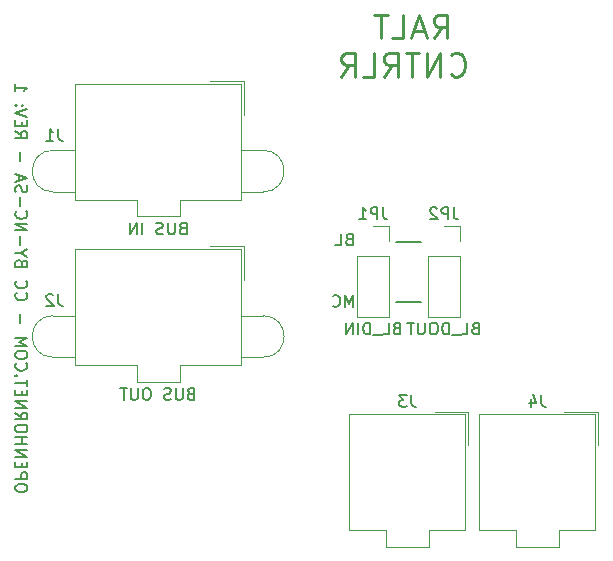
<source format=gbr>
G04 #@! TF.GenerationSoftware,KiCad,Pcbnew,(5.1.9)-1*
G04 #@! TF.CreationDate,2021-10-30T20:33:53-06:00*
G04 #@! TF.ProjectId,ralt_controller,72616c74-5f63-46f6-9e74-726f6c6c6572,1*
G04 #@! TF.SameCoordinates,Original*
G04 #@! TF.FileFunction,Legend,Bot*
G04 #@! TF.FilePolarity,Positive*
%FSLAX46Y46*%
G04 Gerber Fmt 4.6, Leading zero omitted, Abs format (unit mm)*
G04 Created by KiCad (PCBNEW (5.1.9)-1) date 2021-10-30 20:33:53*
%MOMM*%
%LPD*%
G01*
G04 APERTURE LIST*
%ADD10C,0.150000*%
%ADD11C,0.250000*%
%ADD12C,0.120000*%
G04 APERTURE END LIST*
D10*
X58734000Y-73903000D02*
X60893000Y-73903000D01*
X58734000Y-68823000D02*
X60893000Y-68823000D01*
X55122333Y-74355380D02*
X55122333Y-73355380D01*
X54789000Y-74069666D01*
X54455666Y-73355380D01*
X54455666Y-74355380D01*
X53408047Y-74260142D02*
X53455666Y-74307761D01*
X53598523Y-74355380D01*
X53693761Y-74355380D01*
X53836619Y-74307761D01*
X53931857Y-74212523D01*
X53979476Y-74117285D01*
X54027095Y-73926809D01*
X54027095Y-73783952D01*
X53979476Y-73593476D01*
X53931857Y-73498238D01*
X53836619Y-73403000D01*
X53693761Y-73355380D01*
X53598523Y-73355380D01*
X53455666Y-73403000D01*
X53408047Y-73450619D01*
X54749333Y-68624571D02*
X54606476Y-68672190D01*
X54558857Y-68719809D01*
X54511238Y-68815047D01*
X54511238Y-68957904D01*
X54558857Y-69053142D01*
X54606476Y-69100761D01*
X54701714Y-69148380D01*
X55082666Y-69148380D01*
X55082666Y-68148380D01*
X54749333Y-68148380D01*
X54654095Y-68196000D01*
X54606476Y-68243619D01*
X54558857Y-68338857D01*
X54558857Y-68434095D01*
X54606476Y-68529333D01*
X54654095Y-68576952D01*
X54749333Y-68624571D01*
X55082666Y-68624571D01*
X53606476Y-69148380D02*
X54082666Y-69148380D01*
X54082666Y-68148380D01*
D11*
X61940428Y-51592761D02*
X62607095Y-50640380D01*
X63083285Y-51592761D02*
X63083285Y-49592761D01*
X62321380Y-49592761D01*
X62130904Y-49688000D01*
X62035666Y-49783238D01*
X61940428Y-49973714D01*
X61940428Y-50259428D01*
X62035666Y-50449904D01*
X62130904Y-50545142D01*
X62321380Y-50640380D01*
X63083285Y-50640380D01*
X61178523Y-51021333D02*
X60226142Y-51021333D01*
X61369000Y-51592761D02*
X60702333Y-49592761D01*
X60035666Y-51592761D01*
X58416619Y-51592761D02*
X59368999Y-51592761D01*
X59368999Y-49592761D01*
X58035666Y-49592761D02*
X56892809Y-49592761D01*
X57464238Y-51592761D02*
X57464238Y-49592761D01*
X63369000Y-54652285D02*
X63464238Y-54747523D01*
X63749952Y-54842761D01*
X63940428Y-54842761D01*
X64226142Y-54747523D01*
X64416619Y-54557047D01*
X64511857Y-54366571D01*
X64607095Y-53985619D01*
X64607095Y-53699904D01*
X64511857Y-53318952D01*
X64416619Y-53128476D01*
X64226142Y-52938000D01*
X63940428Y-52842761D01*
X63749952Y-52842761D01*
X63464238Y-52938000D01*
X63369000Y-53033238D01*
X62511857Y-54842761D02*
X62511857Y-52842761D01*
X61369000Y-54842761D01*
X61369000Y-52842761D01*
X60702333Y-52842761D02*
X59559476Y-52842761D01*
X60130904Y-54842761D02*
X60130904Y-52842761D01*
X57749952Y-54842761D02*
X58416619Y-53890380D01*
X58892809Y-54842761D02*
X58892809Y-52842761D01*
X58130904Y-52842761D01*
X57940428Y-52938000D01*
X57845190Y-53033238D01*
X57749952Y-53223714D01*
X57749952Y-53509428D01*
X57845190Y-53699904D01*
X57940428Y-53795142D01*
X58130904Y-53890380D01*
X58892809Y-53890380D01*
X55940428Y-54842761D02*
X56892809Y-54842761D01*
X56892809Y-52842761D01*
X54130904Y-54842761D02*
X54797571Y-53890380D01*
X55273761Y-54842761D02*
X55273761Y-52842761D01*
X54511857Y-52842761D01*
X54321380Y-52938000D01*
X54226142Y-53033238D01*
X54130904Y-53223714D01*
X54130904Y-53509428D01*
X54226142Y-53699904D01*
X54321380Y-53795142D01*
X54511857Y-53890380D01*
X55273761Y-53890380D01*
D10*
X27531619Y-89783809D02*
X27531619Y-89593333D01*
X27483999Y-89498095D01*
X27388761Y-89402857D01*
X27198285Y-89355238D01*
X26864952Y-89355238D01*
X26674476Y-89402857D01*
X26579238Y-89498095D01*
X26531619Y-89593333D01*
X26531619Y-89783809D01*
X26579238Y-89879047D01*
X26674476Y-89974285D01*
X26864952Y-90021904D01*
X27198285Y-90021904D01*
X27388761Y-89974285D01*
X27483999Y-89879047D01*
X27531619Y-89783809D01*
X26531619Y-88926666D02*
X27531619Y-88926666D01*
X27531619Y-88545714D01*
X27483999Y-88450476D01*
X27436380Y-88402857D01*
X27341142Y-88355238D01*
X27198285Y-88355238D01*
X27103047Y-88402857D01*
X27055428Y-88450476D01*
X27007809Y-88545714D01*
X27007809Y-88926666D01*
X27055428Y-87926666D02*
X27055428Y-87593333D01*
X26531619Y-87450476D02*
X26531619Y-87926666D01*
X27531619Y-87926666D01*
X27531619Y-87450476D01*
X26531619Y-87021904D02*
X27531619Y-87021904D01*
X26531619Y-86450476D01*
X27531619Y-86450476D01*
X26531619Y-85974285D02*
X27531619Y-85974285D01*
X27055428Y-85974285D02*
X27055428Y-85402857D01*
X26531619Y-85402857D02*
X27531619Y-85402857D01*
X27531619Y-84736190D02*
X27531619Y-84545714D01*
X27483999Y-84450476D01*
X27388761Y-84355238D01*
X27198285Y-84307619D01*
X26864952Y-84307619D01*
X26674476Y-84355238D01*
X26579238Y-84450476D01*
X26531619Y-84545714D01*
X26531619Y-84736190D01*
X26579238Y-84831428D01*
X26674476Y-84926666D01*
X26864952Y-84974285D01*
X27198285Y-84974285D01*
X27388761Y-84926666D01*
X27483999Y-84831428D01*
X27531619Y-84736190D01*
X26531619Y-83307619D02*
X27007809Y-83640952D01*
X26531619Y-83879047D02*
X27531619Y-83879047D01*
X27531619Y-83498095D01*
X27483999Y-83402857D01*
X27436380Y-83355238D01*
X27341142Y-83307619D01*
X27198285Y-83307619D01*
X27103047Y-83355238D01*
X27055428Y-83402857D01*
X27007809Y-83498095D01*
X27007809Y-83879047D01*
X26531619Y-82879047D02*
X27531619Y-82879047D01*
X26531619Y-82307619D01*
X27531619Y-82307619D01*
X27055428Y-81831428D02*
X27055428Y-81498095D01*
X26531619Y-81355238D02*
X26531619Y-81831428D01*
X27531619Y-81831428D01*
X27531619Y-81355238D01*
X27531619Y-81069523D02*
X27531619Y-80498095D01*
X26531619Y-80783809D02*
X27531619Y-80783809D01*
X26626857Y-80164761D02*
X26579238Y-80117142D01*
X26531619Y-80164761D01*
X26579238Y-80212380D01*
X26626857Y-80164761D01*
X26531619Y-80164761D01*
X26626857Y-79117142D02*
X26579238Y-79164761D01*
X26531619Y-79307619D01*
X26531619Y-79402857D01*
X26579238Y-79545714D01*
X26674476Y-79640952D01*
X26769714Y-79688571D01*
X26960190Y-79736190D01*
X27103047Y-79736190D01*
X27293523Y-79688571D01*
X27388761Y-79640952D01*
X27484000Y-79545714D01*
X27531619Y-79402857D01*
X27531619Y-79307619D01*
X27484000Y-79164761D01*
X27436380Y-79117142D01*
X27531619Y-78498095D02*
X27531619Y-78307619D01*
X27484000Y-78212380D01*
X27388761Y-78117142D01*
X27198285Y-78069523D01*
X26864952Y-78069523D01*
X26674476Y-78117142D01*
X26579238Y-78212380D01*
X26531619Y-78307619D01*
X26531619Y-78498095D01*
X26579238Y-78593333D01*
X26674476Y-78688571D01*
X26864952Y-78736190D01*
X27198285Y-78736190D01*
X27388761Y-78688571D01*
X27484000Y-78593333D01*
X27531619Y-78498095D01*
X26531619Y-77640952D02*
X27531619Y-77640952D01*
X26817333Y-77307619D01*
X27531619Y-76974285D01*
X26531619Y-76974285D01*
X26912571Y-75736190D02*
X26912571Y-74974285D01*
X26626857Y-73164761D02*
X26579238Y-73212380D01*
X26531619Y-73355238D01*
X26531619Y-73450476D01*
X26579238Y-73593333D01*
X26674476Y-73688571D01*
X26769714Y-73736190D01*
X26960190Y-73783809D01*
X27103047Y-73783809D01*
X27293523Y-73736190D01*
X27388761Y-73688571D01*
X27484000Y-73593333D01*
X27531619Y-73450476D01*
X27531619Y-73355238D01*
X27484000Y-73212380D01*
X27436380Y-73164761D01*
X26626857Y-72164761D02*
X26579238Y-72212380D01*
X26531619Y-72355238D01*
X26531619Y-72450476D01*
X26579238Y-72593333D01*
X26674476Y-72688571D01*
X26769714Y-72736190D01*
X26960190Y-72783809D01*
X27103047Y-72783809D01*
X27293523Y-72736190D01*
X27388761Y-72688571D01*
X27484000Y-72593333D01*
X27531619Y-72450476D01*
X27531619Y-72355238D01*
X27484000Y-72212380D01*
X27436380Y-72164761D01*
X27055428Y-70640952D02*
X27007809Y-70498095D01*
X26960190Y-70450476D01*
X26864952Y-70402857D01*
X26722095Y-70402857D01*
X26626857Y-70450476D01*
X26579238Y-70498095D01*
X26531619Y-70593333D01*
X26531619Y-70974285D01*
X27531619Y-70974285D01*
X27531619Y-70640952D01*
X27484000Y-70545714D01*
X27436380Y-70498095D01*
X27341142Y-70450476D01*
X27245904Y-70450476D01*
X27150666Y-70498095D01*
X27103047Y-70545714D01*
X27055428Y-70640952D01*
X27055428Y-70974285D01*
X27007809Y-69783809D02*
X26531619Y-69783809D01*
X27531619Y-70117142D02*
X27007809Y-69783809D01*
X27531619Y-69450476D01*
X26912571Y-69117142D02*
X26912571Y-68355238D01*
X26531619Y-67879047D02*
X27531619Y-67879047D01*
X26531619Y-67307619D01*
X27531619Y-67307619D01*
X26626857Y-66260000D02*
X26579238Y-66307619D01*
X26531619Y-66450476D01*
X26531619Y-66545714D01*
X26579238Y-66688571D01*
X26674476Y-66783809D01*
X26769714Y-66831428D01*
X26960190Y-66879047D01*
X27103047Y-66879047D01*
X27293523Y-66831428D01*
X27388761Y-66783809D01*
X27484000Y-66688571D01*
X27531619Y-66545714D01*
X27531619Y-66450476D01*
X27484000Y-66307619D01*
X27436380Y-66260000D01*
X26912571Y-65831428D02*
X26912571Y-65069523D01*
X26579238Y-64640952D02*
X26531619Y-64498095D01*
X26531619Y-64260000D01*
X26579238Y-64164761D01*
X26626857Y-64117142D01*
X26722095Y-64069523D01*
X26817333Y-64069523D01*
X26912571Y-64117142D01*
X26960190Y-64164761D01*
X27007809Y-64260000D01*
X27055428Y-64450476D01*
X27103047Y-64545714D01*
X27150666Y-64593333D01*
X27245904Y-64640952D01*
X27341142Y-64640952D01*
X27436380Y-64593333D01*
X27484000Y-64545714D01*
X27531619Y-64450476D01*
X27531619Y-64212380D01*
X27484000Y-64069523D01*
X26817333Y-63688571D02*
X26817333Y-63212380D01*
X26531619Y-63783809D02*
X27531619Y-63450476D01*
X26531619Y-63117142D01*
X26912571Y-62021904D02*
X26912571Y-61260000D01*
X26531619Y-59450476D02*
X27007809Y-59783809D01*
X26531619Y-60021904D02*
X27531619Y-60021904D01*
X27531619Y-59640952D01*
X27484000Y-59545714D01*
X27436380Y-59498095D01*
X27341142Y-59450476D01*
X27198285Y-59450476D01*
X27103047Y-59498095D01*
X27055428Y-59545714D01*
X27007809Y-59640952D01*
X27007809Y-60021904D01*
X27055428Y-59021904D02*
X27055428Y-58688571D01*
X26531619Y-58545714D02*
X26531619Y-59021904D01*
X27531619Y-59021904D01*
X27531619Y-58545714D01*
X27531619Y-58260000D02*
X26531619Y-57926666D01*
X27531619Y-57593333D01*
X26626857Y-57260000D02*
X26579238Y-57212380D01*
X26531619Y-57260000D01*
X26579238Y-57307619D01*
X26626857Y-57260000D01*
X26531619Y-57260000D01*
X27150666Y-57260000D02*
X27103047Y-57212380D01*
X27055428Y-57260000D01*
X27103047Y-57307619D01*
X27150666Y-57260000D01*
X27055428Y-57260000D01*
X26531619Y-55498095D02*
X26531619Y-56069523D01*
X26531619Y-55783809D02*
X27531619Y-55783809D01*
X27388761Y-55879047D01*
X27293523Y-55974285D01*
X27245904Y-56069523D01*
D12*
X29710000Y-78610000D02*
G75*
G02*
X29710000Y-75090000I0J1760000D01*
G01*
X47510000Y-75090000D02*
G75*
G02*
X47510000Y-78610000I0J-1760000D01*
G01*
X47510000Y-75090000D02*
X45620000Y-75090000D01*
X47510000Y-78610000D02*
X45620000Y-78610000D01*
X29710000Y-75090000D02*
X31600000Y-75090000D01*
X29710000Y-78610000D02*
X31600000Y-78610000D01*
X38610000Y-69450000D02*
X45620000Y-69450000D01*
X45620000Y-69450000D02*
X45620000Y-79270000D01*
X45620000Y-79270000D02*
X40420000Y-79270000D01*
X40420000Y-79270000D02*
X40420000Y-80670000D01*
X40420000Y-80670000D02*
X38610000Y-80670000D01*
X38610000Y-69450000D02*
X31600000Y-69450000D01*
X31600000Y-69450000D02*
X31600000Y-79270000D01*
X31600000Y-79270000D02*
X36800000Y-79270000D01*
X36800000Y-79270000D02*
X36800000Y-80670000D01*
X36800000Y-80670000D02*
X38610000Y-80670000D01*
X43010000Y-69210000D02*
X45860000Y-69210000D01*
X45860000Y-69210000D02*
X45860000Y-72060000D01*
X29710000Y-64610000D02*
G75*
G02*
X29710000Y-61090000I0J1760000D01*
G01*
X47510000Y-61090000D02*
G75*
G02*
X47510000Y-64610000I0J-1760000D01*
G01*
X47510000Y-61090000D02*
X45620000Y-61090000D01*
X47510000Y-64610000D02*
X45620000Y-64610000D01*
X29710000Y-61090000D02*
X31600000Y-61090000D01*
X29710000Y-64610000D02*
X31600000Y-64610000D01*
X38610000Y-55450000D02*
X45620000Y-55450000D01*
X45620000Y-55450000D02*
X45620000Y-65270000D01*
X45620000Y-65270000D02*
X40420000Y-65270000D01*
X40420000Y-65270000D02*
X40420000Y-66670000D01*
X40420000Y-66670000D02*
X38610000Y-66670000D01*
X38610000Y-55450000D02*
X31600000Y-55450000D01*
X31600000Y-55450000D02*
X31600000Y-65270000D01*
X31600000Y-65270000D02*
X36800000Y-65270000D01*
X36800000Y-65270000D02*
X36800000Y-66670000D01*
X36800000Y-66670000D02*
X38610000Y-66670000D01*
X43010000Y-55210000D02*
X45860000Y-55210000D01*
X45860000Y-55210000D02*
X45860000Y-58060000D01*
X64140000Y-75220000D02*
X61480000Y-75220000D01*
X64140000Y-70080000D02*
X64140000Y-75220000D01*
X61480000Y-70080000D02*
X61480000Y-75220000D01*
X64140000Y-70080000D02*
X61480000Y-70080000D01*
X64140000Y-68810000D02*
X64140000Y-67480000D01*
X64140000Y-67480000D02*
X62810000Y-67480000D01*
X58140000Y-75220000D02*
X55480000Y-75220000D01*
X58140000Y-70080000D02*
X58140000Y-75220000D01*
X55480000Y-70080000D02*
X55480000Y-75220000D01*
X58140000Y-70080000D02*
X55480000Y-70080000D01*
X58140000Y-68810000D02*
X58140000Y-67480000D01*
X58140000Y-67480000D02*
X56810000Y-67480000D01*
X70710000Y-83450000D02*
X75620000Y-83450000D01*
X75620000Y-83450000D02*
X75620000Y-93270000D01*
X75620000Y-93270000D02*
X72520000Y-93270000D01*
X72520000Y-93270000D02*
X72520000Y-94670000D01*
X72520000Y-94670000D02*
X70710000Y-94670000D01*
X70710000Y-83450000D02*
X65800000Y-83450000D01*
X65800000Y-83450000D02*
X65800000Y-93270000D01*
X65800000Y-93270000D02*
X68900000Y-93270000D01*
X68900000Y-93270000D02*
X68900000Y-94670000D01*
X68900000Y-94670000D02*
X70710000Y-94670000D01*
X73010000Y-83210000D02*
X75860000Y-83210000D01*
X75860000Y-83210000D02*
X75860000Y-86060000D01*
X59710000Y-83450000D02*
X64620000Y-83450000D01*
X64620000Y-83450000D02*
X64620000Y-93270000D01*
X64620000Y-93270000D02*
X61520000Y-93270000D01*
X61520000Y-93270000D02*
X61520000Y-94670000D01*
X61520000Y-94670000D02*
X59710000Y-94670000D01*
X59710000Y-83450000D02*
X54800000Y-83450000D01*
X54800000Y-83450000D02*
X54800000Y-93270000D01*
X54800000Y-93270000D02*
X57900000Y-93270000D01*
X57900000Y-93270000D02*
X57900000Y-94670000D01*
X57900000Y-94670000D02*
X59710000Y-94670000D01*
X62010000Y-83210000D02*
X64860000Y-83210000D01*
X64860000Y-83210000D02*
X64860000Y-86060000D01*
D10*
X30143333Y-73262380D02*
X30143333Y-73976666D01*
X30190952Y-74119523D01*
X30286190Y-74214761D01*
X30429047Y-74262380D01*
X30524285Y-74262380D01*
X29714761Y-73357619D02*
X29667142Y-73310000D01*
X29571904Y-73262380D01*
X29333809Y-73262380D01*
X29238571Y-73310000D01*
X29190952Y-73357619D01*
X29143333Y-73452857D01*
X29143333Y-73548095D01*
X29190952Y-73690952D01*
X29762380Y-74262380D01*
X29143333Y-74262380D01*
X41348095Y-81688571D02*
X41205238Y-81736190D01*
X41157619Y-81783809D01*
X41110000Y-81879047D01*
X41110000Y-82021904D01*
X41157619Y-82117142D01*
X41205238Y-82164761D01*
X41300476Y-82212380D01*
X41681428Y-82212380D01*
X41681428Y-81212380D01*
X41348095Y-81212380D01*
X41252857Y-81260000D01*
X41205238Y-81307619D01*
X41157619Y-81402857D01*
X41157619Y-81498095D01*
X41205238Y-81593333D01*
X41252857Y-81640952D01*
X41348095Y-81688571D01*
X41681428Y-81688571D01*
X40681428Y-81212380D02*
X40681428Y-82021904D01*
X40633809Y-82117142D01*
X40586190Y-82164761D01*
X40490952Y-82212380D01*
X40300476Y-82212380D01*
X40205238Y-82164761D01*
X40157619Y-82117142D01*
X40110000Y-82021904D01*
X40110000Y-81212380D01*
X39681428Y-82164761D02*
X39538571Y-82212380D01*
X39300476Y-82212380D01*
X39205238Y-82164761D01*
X39157619Y-82117142D01*
X39110000Y-82021904D01*
X39110000Y-81926666D01*
X39157619Y-81831428D01*
X39205238Y-81783809D01*
X39300476Y-81736190D01*
X39490952Y-81688571D01*
X39586190Y-81640952D01*
X39633809Y-81593333D01*
X39681428Y-81498095D01*
X39681428Y-81402857D01*
X39633809Y-81307619D01*
X39586190Y-81260000D01*
X39490952Y-81212380D01*
X39252857Y-81212380D01*
X39110000Y-81260000D01*
X37729047Y-81212380D02*
X37538571Y-81212380D01*
X37443333Y-81260000D01*
X37348095Y-81355238D01*
X37300476Y-81545714D01*
X37300476Y-81879047D01*
X37348095Y-82069523D01*
X37443333Y-82164761D01*
X37538571Y-82212380D01*
X37729047Y-82212380D01*
X37824285Y-82164761D01*
X37919523Y-82069523D01*
X37967142Y-81879047D01*
X37967142Y-81545714D01*
X37919523Y-81355238D01*
X37824285Y-81260000D01*
X37729047Y-81212380D01*
X36871904Y-81212380D02*
X36871904Y-82021904D01*
X36824285Y-82117142D01*
X36776666Y-82164761D01*
X36681428Y-82212380D01*
X36490952Y-82212380D01*
X36395714Y-82164761D01*
X36348095Y-82117142D01*
X36300476Y-82021904D01*
X36300476Y-81212380D01*
X35967142Y-81212380D02*
X35395714Y-81212380D01*
X35681428Y-82212380D02*
X35681428Y-81212380D01*
X30143333Y-59262380D02*
X30143333Y-59976666D01*
X30190952Y-60119523D01*
X30286190Y-60214761D01*
X30429047Y-60262380D01*
X30524285Y-60262380D01*
X29143333Y-60262380D02*
X29714761Y-60262380D01*
X29429047Y-60262380D02*
X29429047Y-59262380D01*
X29524285Y-59405238D01*
X29619523Y-59500476D01*
X29714761Y-59548095D01*
X40681428Y-67688571D02*
X40538571Y-67736190D01*
X40490952Y-67783809D01*
X40443333Y-67879047D01*
X40443333Y-68021904D01*
X40490952Y-68117142D01*
X40538571Y-68164761D01*
X40633809Y-68212380D01*
X41014761Y-68212380D01*
X41014761Y-67212380D01*
X40681428Y-67212380D01*
X40586190Y-67260000D01*
X40538571Y-67307619D01*
X40490952Y-67402857D01*
X40490952Y-67498095D01*
X40538571Y-67593333D01*
X40586190Y-67640952D01*
X40681428Y-67688571D01*
X41014761Y-67688571D01*
X40014761Y-67212380D02*
X40014761Y-68021904D01*
X39967142Y-68117142D01*
X39919523Y-68164761D01*
X39824285Y-68212380D01*
X39633809Y-68212380D01*
X39538571Y-68164761D01*
X39490952Y-68117142D01*
X39443333Y-68021904D01*
X39443333Y-67212380D01*
X39014761Y-68164761D02*
X38871904Y-68212380D01*
X38633809Y-68212380D01*
X38538571Y-68164761D01*
X38490952Y-68117142D01*
X38443333Y-68021904D01*
X38443333Y-67926666D01*
X38490952Y-67831428D01*
X38538571Y-67783809D01*
X38633809Y-67736190D01*
X38824285Y-67688571D01*
X38919523Y-67640952D01*
X38967142Y-67593333D01*
X39014761Y-67498095D01*
X39014761Y-67402857D01*
X38967142Y-67307619D01*
X38919523Y-67260000D01*
X38824285Y-67212380D01*
X38586190Y-67212380D01*
X38443333Y-67260000D01*
X37252857Y-68212380D02*
X37252857Y-67212380D01*
X36776666Y-68212380D02*
X36776666Y-67212380D01*
X36205238Y-68212380D01*
X36205238Y-67212380D01*
X63643333Y-65932380D02*
X63643333Y-66646666D01*
X63690952Y-66789523D01*
X63786190Y-66884761D01*
X63929047Y-66932380D01*
X64024285Y-66932380D01*
X63167142Y-66932380D02*
X63167142Y-65932380D01*
X62786190Y-65932380D01*
X62690952Y-65980000D01*
X62643333Y-66027619D01*
X62595714Y-66122857D01*
X62595714Y-66265714D01*
X62643333Y-66360952D01*
X62690952Y-66408571D01*
X62786190Y-66456190D01*
X63167142Y-66456190D01*
X62214761Y-66027619D02*
X62167142Y-65980000D01*
X62071904Y-65932380D01*
X61833809Y-65932380D01*
X61738571Y-65980000D01*
X61690952Y-66027619D01*
X61643333Y-66122857D01*
X61643333Y-66218095D01*
X61690952Y-66360952D01*
X62262380Y-66932380D01*
X61643333Y-66932380D01*
X65452857Y-76148571D02*
X65310000Y-76196190D01*
X65262380Y-76243809D01*
X65214761Y-76339047D01*
X65214761Y-76481904D01*
X65262380Y-76577142D01*
X65310000Y-76624761D01*
X65405238Y-76672380D01*
X65786190Y-76672380D01*
X65786190Y-75672380D01*
X65452857Y-75672380D01*
X65357619Y-75720000D01*
X65310000Y-75767619D01*
X65262380Y-75862857D01*
X65262380Y-75958095D01*
X65310000Y-76053333D01*
X65357619Y-76100952D01*
X65452857Y-76148571D01*
X65786190Y-76148571D01*
X64310000Y-76672380D02*
X64786190Y-76672380D01*
X64786190Y-75672380D01*
X64214761Y-76767619D02*
X63452857Y-76767619D01*
X63214761Y-76672380D02*
X63214761Y-75672380D01*
X62976666Y-75672380D01*
X62833809Y-75720000D01*
X62738571Y-75815238D01*
X62690952Y-75910476D01*
X62643333Y-76100952D01*
X62643333Y-76243809D01*
X62690952Y-76434285D01*
X62738571Y-76529523D01*
X62833809Y-76624761D01*
X62976666Y-76672380D01*
X63214761Y-76672380D01*
X62024285Y-75672380D02*
X61833809Y-75672380D01*
X61738571Y-75720000D01*
X61643333Y-75815238D01*
X61595714Y-76005714D01*
X61595714Y-76339047D01*
X61643333Y-76529523D01*
X61738571Y-76624761D01*
X61833809Y-76672380D01*
X62024285Y-76672380D01*
X62119523Y-76624761D01*
X62214761Y-76529523D01*
X62262380Y-76339047D01*
X62262380Y-76005714D01*
X62214761Y-75815238D01*
X62119523Y-75720000D01*
X62024285Y-75672380D01*
X61167142Y-75672380D02*
X61167142Y-76481904D01*
X61119523Y-76577142D01*
X61071904Y-76624761D01*
X60976666Y-76672380D01*
X60786190Y-76672380D01*
X60690952Y-76624761D01*
X60643333Y-76577142D01*
X60595714Y-76481904D01*
X60595714Y-75672380D01*
X60262380Y-75672380D02*
X59690952Y-75672380D01*
X59976666Y-76672380D02*
X59976666Y-75672380D01*
X57643333Y-65932380D02*
X57643333Y-66646666D01*
X57690952Y-66789523D01*
X57786190Y-66884761D01*
X57929047Y-66932380D01*
X58024285Y-66932380D01*
X57167142Y-66932380D02*
X57167142Y-65932380D01*
X56786190Y-65932380D01*
X56690952Y-65980000D01*
X56643333Y-66027619D01*
X56595714Y-66122857D01*
X56595714Y-66265714D01*
X56643333Y-66360952D01*
X56690952Y-66408571D01*
X56786190Y-66456190D01*
X57167142Y-66456190D01*
X55643333Y-66932380D02*
X56214761Y-66932380D01*
X55929047Y-66932380D02*
X55929047Y-65932380D01*
X56024285Y-66075238D01*
X56119523Y-66170476D01*
X56214761Y-66218095D01*
X58786190Y-76148571D02*
X58643333Y-76196190D01*
X58595714Y-76243809D01*
X58548095Y-76339047D01*
X58548095Y-76481904D01*
X58595714Y-76577142D01*
X58643333Y-76624761D01*
X58738571Y-76672380D01*
X59119523Y-76672380D01*
X59119523Y-75672380D01*
X58786190Y-75672380D01*
X58690952Y-75720000D01*
X58643333Y-75767619D01*
X58595714Y-75862857D01*
X58595714Y-75958095D01*
X58643333Y-76053333D01*
X58690952Y-76100952D01*
X58786190Y-76148571D01*
X59119523Y-76148571D01*
X57643333Y-76672380D02*
X58119523Y-76672380D01*
X58119523Y-75672380D01*
X57548095Y-76767619D02*
X56786190Y-76767619D01*
X56548095Y-76672380D02*
X56548095Y-75672380D01*
X56310000Y-75672380D01*
X56167142Y-75720000D01*
X56071904Y-75815238D01*
X56024285Y-75910476D01*
X55976666Y-76100952D01*
X55976666Y-76243809D01*
X56024285Y-76434285D01*
X56071904Y-76529523D01*
X56167142Y-76624761D01*
X56310000Y-76672380D01*
X56548095Y-76672380D01*
X55548095Y-76672380D02*
X55548095Y-75672380D01*
X55071904Y-76672380D02*
X55071904Y-75672380D01*
X54500476Y-76672380D01*
X54500476Y-75672380D01*
X71043333Y-81812380D02*
X71043333Y-82526666D01*
X71090952Y-82669523D01*
X71186190Y-82764761D01*
X71329047Y-82812380D01*
X71424285Y-82812380D01*
X70138571Y-82145714D02*
X70138571Y-82812380D01*
X70376666Y-81764761D02*
X70614761Y-82479047D01*
X69995714Y-82479047D01*
X60043333Y-81812380D02*
X60043333Y-82526666D01*
X60090952Y-82669523D01*
X60186190Y-82764761D01*
X60329047Y-82812380D01*
X60424285Y-82812380D01*
X59662380Y-81812380D02*
X59043333Y-81812380D01*
X59376666Y-82193333D01*
X59233809Y-82193333D01*
X59138571Y-82240952D01*
X59090952Y-82288571D01*
X59043333Y-82383809D01*
X59043333Y-82621904D01*
X59090952Y-82717142D01*
X59138571Y-82764761D01*
X59233809Y-82812380D01*
X59519523Y-82812380D01*
X59614761Y-82764761D01*
X59662380Y-82717142D01*
M02*

</source>
